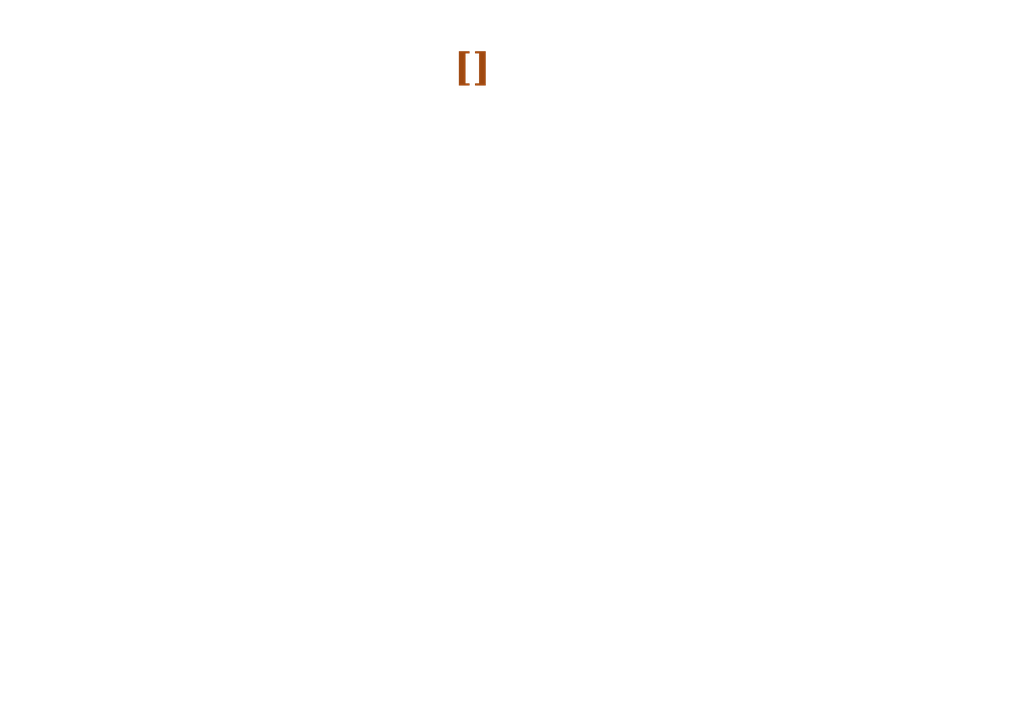
<source format=kicad_sch>
(kicad_sch
	(version 20231120)
	(generator "eeschema")
	(generator_version "8.0")
	(uuid "dbf5777e-f291-4573-9f0a-99d78f5c22ff")
	(paper "A4")
	(title_block
		(title "Cell_Sentinel")
		(date "2024-11-05")
		(rev "1.0.0")
	)
	(lib_symbols)
	(text "[${#}] ${SHEETNAME}"
		(exclude_from_sim no)
		(at 138.938 22.352 0)
		(effects
			(font
				(face "Times New Roman")
				(size 8 8)
				(thickness 1.6)
				(bold yes)
				(color 159 72 15 1)
			)
		)
		(uuid "e4e84dda-145d-44ce-879f-4984235ec175")
	)
)

</source>
